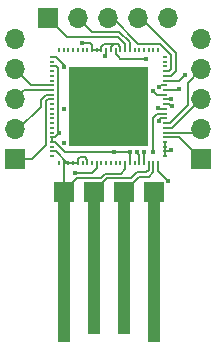
<source format=gbl>
%TF.GenerationSoftware,KiCad,Pcbnew,(5.1.9)-1*%
%TF.CreationDate,2021-08-06T11:33:52+02:00*%
%TF.ProjectId,PumpkinPi,50756d70-6b69-46e5-9069-2e6b69636164,rev?*%
%TF.SameCoordinates,Original*%
%TF.FileFunction,Copper,L4,Bot*%
%TF.FilePolarity,Positive*%
%FSLAX46Y46*%
G04 Gerber Fmt 4.6, Leading zero omitted, Abs format (unit mm)*
G04 Created by KiCad (PCBNEW (5.1.9)-1) date 2021-08-06 11:33:52*
%MOMM*%
%LPD*%
G01*
G04 APERTURE LIST*
%TA.AperFunction,ComponentPad*%
%ADD10C,0.100000*%
%TD*%
%TA.AperFunction,ComponentPad*%
%ADD11R,1.700000X1.700000*%
%TD*%
%TA.AperFunction,ComponentPad*%
%ADD12O,1.700000X1.700000*%
%TD*%
%TA.AperFunction,SMDPad,CuDef*%
%ADD13O,0.400000X0.200000*%
%TD*%
%TA.AperFunction,SMDPad,CuDef*%
%ADD14O,0.200000X0.400000*%
%TD*%
%TA.AperFunction,SMDPad,CuDef*%
%ADD15R,1.685000X1.685000*%
%TD*%
%TA.AperFunction,ViaPad*%
%ADD16C,0.400000*%
%TD*%
%TA.AperFunction,Conductor*%
%ADD17C,0.200000*%
%TD*%
G04 APERTURE END LIST*
%TA.AperFunction,ComponentPad*%
D10*
%TO.P,J2,1*%
%TO.N,GND*%
G36*
X103250000Y-100623000D02*
G01*
X103250000Y-102323000D01*
X102900000Y-102323000D01*
X102900000Y-114173000D01*
X101900000Y-114173000D01*
X101900000Y-102323000D01*
X101550000Y-102323000D01*
X101550000Y-100623000D01*
X103250000Y-100623000D01*
G37*
%TD.AperFunction*%
%TA.AperFunction,ComponentPad*%
%TO.P,J2,2*%
%TO.N,/USB_P*%
G36*
X105790000Y-100623000D02*
G01*
X105790000Y-102323000D01*
X105440000Y-102323000D01*
X105440000Y-113473000D01*
X104440000Y-113473000D01*
X104440000Y-102323000D01*
X104090000Y-102323000D01*
X104090000Y-100623000D01*
X105790000Y-100623000D01*
G37*
%TD.AperFunction*%
%TA.AperFunction,ComponentPad*%
%TO.P,J2,3*%
%TO.N,/USB_N*%
G36*
X108330000Y-100623000D02*
G01*
X108330000Y-102323000D01*
X107980000Y-102323000D01*
X107980000Y-113473000D01*
X106980000Y-113473000D01*
X106980000Y-102323000D01*
X106630000Y-102323000D01*
X106630000Y-100623000D01*
X108330000Y-100623000D01*
G37*
%TD.AperFunction*%
%TA.AperFunction,ComponentPad*%
%TO.P,J2,4*%
%TO.N,/USB_VBUS*%
G36*
X110870000Y-100623000D02*
G01*
X110870000Y-102323000D01*
X110520000Y-102323000D01*
X110520000Y-114173000D01*
X109520000Y-114173000D01*
X109520000Y-102323000D01*
X109170000Y-102323000D01*
X109170000Y-100623000D01*
X110870000Y-100623000D01*
G37*
%TD.AperFunction*%
%TD*%
D11*
%TO.P,J4,1*%
%TO.N,/SPI_MOSI*%
X114046000Y-98679000D03*
D12*
%TO.P,J4,2*%
%TO.N,/SPI_MISO*%
X114046000Y-96139000D03*
%TO.P,J4,3*%
%TO.N,/SPI_CS*%
X114046000Y-93599000D03*
%TO.P,J4,4*%
%TO.N,/SPI_CLK*%
X114046000Y-91059000D03*
%TO.P,J4,5*%
%TO.N,GND*%
X114046000Y-88519000D03*
%TD*%
%TO.P,J5,5*%
%TO.N,GND*%
X111252000Y-86741000D03*
%TO.P,J5,4*%
%TO.N,/RX*%
X108712000Y-86741000D03*
%TO.P,J5,3*%
%TO.N,/TX*%
X106172000Y-86741000D03*
%TO.P,J5,2*%
%TO.N,/SCL*%
X103632000Y-86741000D03*
D11*
%TO.P,J5,1*%
%TO.N,/SDA*%
X101092000Y-86741000D03*
%TD*%
%TO.P,J6,1*%
%TO.N,/PD7*%
X98298000Y-98679000D03*
D12*
%TO.P,J6,2*%
%TO.N,/PD8*%
X98298000Y-96139000D03*
%TO.P,J6,3*%
%TO.N,/PD9*%
X98298000Y-93599000D03*
%TO.P,J6,4*%
%TO.N,/PD10*%
X98298000Y-91059000D03*
%TO.P,J6,5*%
%TO.N,GND*%
X98298000Y-88519000D03*
%TD*%
D13*
%TO.P,U1,1*%
%TO.N,N/C*%
X101400000Y-98434000D03*
%TO.P,U1,2*%
%TO.N,GND*%
X101400000Y-98034000D03*
%TO.P,U1,3*%
%TO.N,N/C*%
X101400000Y-97634000D03*
%TO.P,U1,4*%
%TO.N,+3V3*%
X101400000Y-97234000D03*
%TO.P,U1,5*%
X101400000Y-96834000D03*
%TO.P,U1,6*%
%TO.N,N/C*%
X101400000Y-96434000D03*
%TO.P,U1,7*%
X101400000Y-96034000D03*
%TO.P,U1,8*%
X101400000Y-95634000D03*
%TO.P,U1,9*%
X101400000Y-95234000D03*
%TO.P,U1,10*%
X101400000Y-94834000D03*
%TO.P,U1,11*%
X101400000Y-94434000D03*
%TO.P,U1,12*%
X101400000Y-94034000D03*
%TO.P,U1,13*%
%TO.N,/PD7*%
X101400000Y-93634000D03*
%TO.P,U1,14*%
%TO.N,/PD8*%
X101400000Y-93234000D03*
%TO.P,U1,15*%
%TO.N,/PD9*%
X101400000Y-92834000D03*
%TO.P,U1,16*%
%TO.N,/PD10*%
X101400000Y-92434000D03*
%TO.P,U1,17*%
%TO.N,N/C*%
X101400000Y-92034000D03*
%TO.P,U1,18*%
X101400000Y-91634000D03*
%TO.P,U1,19*%
X101400000Y-91234000D03*
%TO.P,U1,20*%
%TO.N,+3V3*%
X101400000Y-90834000D03*
%TO.P,U1,21*%
%TO.N,N/C*%
X101400000Y-90434000D03*
%TO.P,U1,22*%
%TO.N,+1V1*%
X101400000Y-90034000D03*
D14*
%TO.P,U1,23*%
%TO.N,N/C*%
X102000000Y-89434000D03*
%TO.P,U1,24*%
X102400000Y-89434000D03*
%TO.P,U1,25*%
X102800000Y-89434000D03*
%TO.P,U1,26*%
X103200000Y-89434000D03*
%TO.P,U1,27*%
X103600000Y-89434000D03*
%TO.P,U1,28*%
X104000000Y-89434000D03*
%TO.P,U1,29*%
X104400000Y-89434000D03*
%TO.P,U1,30*%
%TO.N,+2V5*%
X104800000Y-89434000D03*
%TO.P,U1,31*%
X105200000Y-89434000D03*
%TO.P,U1,32*%
X105600000Y-89434000D03*
%TO.P,U1,33*%
%TO.N,/SVREF*%
X106000000Y-89434000D03*
%TO.P,U1,34*%
%TO.N,+2V5*%
X106400000Y-89434000D03*
%TO.P,U1,35*%
%TO.N,+1V1*%
X106800000Y-89434000D03*
%TO.P,U1,36*%
%TO.N,+2V5*%
X107200000Y-89434000D03*
%TO.P,U1,37*%
%TO.N,/SDA*%
X107600000Y-89434000D03*
%TO.P,U1,38*%
%TO.N,/SCL*%
X108000000Y-89434000D03*
%TO.P,U1,39*%
%TO.N,N/C*%
X108400000Y-89434000D03*
%TO.P,U1,40*%
X108800000Y-89434000D03*
%TO.P,U1,41*%
X109200000Y-89434000D03*
%TO.P,U1,42*%
X109600000Y-89434000D03*
%TO.P,U1,43*%
X110000000Y-89434000D03*
%TO.P,U1,44*%
X110400000Y-89434000D03*
D13*
%TO.P,U1,45*%
X111000000Y-90034000D03*
%TO.P,U1,46*%
X111000000Y-90434000D03*
%TO.P,U1,47*%
X111000000Y-90834000D03*
%TO.P,U1,48*%
%TO.N,/TX*%
X111000000Y-91234000D03*
%TO.P,U1,49*%
%TO.N,/RX*%
X111000000Y-91634000D03*
%TO.P,U1,50*%
%TO.N,+3V3*%
X111000000Y-92034000D03*
%TO.P,U1,51*%
%TO.N,/CLKN*%
X111000000Y-92434000D03*
%TO.P,U1,52*%
%TO.N,/CLKP*%
X111000000Y-92834000D03*
%TO.P,U1,53*%
%TO.N,/SD0_D2*%
X111000000Y-93234000D03*
%TO.P,U1,54*%
%TO.N,/SD0_D3*%
X111000000Y-93634000D03*
%TO.P,U1,55*%
%TO.N,/SD0_CMD*%
X111000000Y-94034000D03*
%TO.P,U1,56*%
%TO.N,/SD0_CLK*%
X111000000Y-94434000D03*
%TO.P,U1,57*%
%TO.N,/SD0_D0*%
X111000000Y-94834000D03*
%TO.P,U1,58*%
%TO.N,/SD0_D1*%
X111000000Y-95234000D03*
%TO.P,U1,59*%
%TO.N,/SPI_CLK*%
X111000000Y-95634000D03*
%TO.P,U1,60*%
%TO.N,/SPI_CS*%
X111000000Y-96034000D03*
%TO.P,U1,61*%
%TO.N,/SPI_MISO*%
X111000000Y-96434000D03*
%TO.P,U1,62*%
%TO.N,/SPI_MOSI*%
X111000000Y-96834000D03*
%TO.P,U1,63*%
%TO.N,GND*%
X111000000Y-97234000D03*
%TO.P,U1,64*%
X111000000Y-97634000D03*
%TO.P,U1,65*%
X111000000Y-98034000D03*
%TO.P,U1,66*%
X111000000Y-98434000D03*
D14*
%TO.P,U1,67*%
%TO.N,+3V3*%
X110400000Y-99034000D03*
%TO.P,U1,68*%
%TO.N,/USB_N*%
X110000000Y-99034000D03*
%TO.P,U1,69*%
%TO.N,/USB_P*%
X109600000Y-99034000D03*
%TO.P,U1,70*%
%TO.N,/RESET*%
X109200000Y-99034000D03*
%TO.P,U1,71*%
%TO.N,+1V1*%
X108800000Y-99034000D03*
%TO.P,U1,72*%
%TO.N,N/C*%
X108400000Y-99034000D03*
%TO.P,U1,73*%
%TO.N,+3V3*%
X108000000Y-99034000D03*
%TO.P,U1,74*%
%TO.N,GND*%
X107600000Y-99034000D03*
%TO.P,U1,75*%
%TO.N,N/C*%
X107200000Y-99034000D03*
%TO.P,U1,76*%
X106800000Y-99034000D03*
%TO.P,U1,77*%
X106400000Y-99034000D03*
%TO.P,U1,78*%
X106000000Y-99034000D03*
%TO.P,U1,79*%
X105600000Y-99034000D03*
%TO.P,U1,80*%
%TO.N,+2V5*%
X105200000Y-99034000D03*
%TO.P,U1,81*%
%TO.N,N/C*%
X104800000Y-99034000D03*
%TO.P,U1,82*%
%TO.N,GND*%
X104400000Y-99034000D03*
%TO.P,U1,83*%
%TO.N,N/C*%
X104000000Y-99034000D03*
%TO.P,U1,84*%
%TO.N,GND*%
X103600000Y-99034000D03*
%TO.P,U1,85*%
X103200000Y-99034000D03*
%TO.P,U1,86*%
X102800000Y-99034000D03*
%TO.P,U1,87*%
X102400000Y-99034000D03*
%TO.P,U1,88*%
%TO.N,N/C*%
X102000000Y-99034000D03*
D15*
%TO.P,U1,89*%
X103672500Y-96761500D03*
X103672500Y-95076500D03*
X103672500Y-93391500D03*
X103672500Y-91706500D03*
X105357500Y-96761500D03*
X105357500Y-95076500D03*
X105357500Y-93391500D03*
X105357500Y-91706500D03*
X107042500Y-96761500D03*
X107042500Y-95076500D03*
X107042500Y-93391500D03*
X107042500Y-91706500D03*
X108727500Y-96761500D03*
X108727500Y-95076500D03*
X108727500Y-93391500D03*
X108727500Y-91706500D03*
%TD*%
D16*
%TO.N,+1V1*%
X108619997Y-98044000D03*
X109347000Y-90170000D03*
X102395634Y-90912001D03*
%TO.N,GND*%
X111525000Y-97901000D03*
%TO.N,+2V5*%
X103345806Y-99820086D03*
X103967344Y-88835067D03*
%TO.N,+3V3*%
X108020036Y-98050998D03*
X106642432Y-98083340D03*
X111276968Y-100554851D03*
X102021627Y-96499689D03*
X112699657Y-91541865D03*
%TO.N,/CLKP*%
X112176560Y-92736860D03*
%TO.N,/CLKN*%
X110462669Y-92591633D03*
%TO.N,/RESET*%
X109220000Y-98044000D03*
X102421651Y-97282844D03*
%TO.N,/USB_VBUS*%
X102429998Y-94457195D03*
%TO.N,/SD0_D1*%
X110445644Y-95425286D03*
%TO.N,/SD0_D0*%
X109950000Y-98044000D03*
%TO.N,/SD0_CLK*%
X110386072Y-94334000D03*
%TO.N,/SD0_CMD*%
X111532594Y-94183276D03*
%TO.N,/SD0_D3*%
X111530346Y-93583280D03*
%TO.N,/SD0_D2*%
X109970002Y-92934096D03*
%TO.N,/SVREF*%
X105899749Y-89934189D03*
%TD*%
D17*
%TO.N,+1V1*%
X108619997Y-98183999D02*
X108619997Y-98044000D01*
X108800000Y-98364002D02*
X108619997Y-98183999D01*
X108800000Y-99034000D02*
X108800000Y-98364002D01*
X101665699Y-90034000D02*
X101400000Y-90034000D01*
X106800000Y-89782000D02*
X107061000Y-90043000D01*
X106800000Y-89434000D02*
X106800000Y-89782000D01*
X107188000Y-90170000D02*
X109347000Y-90170000D01*
X107061000Y-90043000D02*
X107188000Y-90170000D01*
X101400000Y-90034000D02*
X101718000Y-90034000D01*
X102395634Y-90711634D02*
X102395634Y-90912001D01*
X101718000Y-90034000D02*
X102395634Y-90711634D01*
%TO.N,GND*%
X102400000Y-101473000D02*
X102400000Y-99034000D01*
X103352000Y-99034000D02*
X103600000Y-99034000D01*
X101717000Y-98034000D02*
X102717000Y-99034000D01*
X101400000Y-98034000D02*
X101717000Y-98034000D01*
X102717000Y-99034000D02*
X103352000Y-99034000D01*
X102400000Y-99034000D02*
X102717000Y-99034000D01*
X103600000Y-99034000D02*
X103600000Y-98711000D01*
X103777010Y-98533990D02*
X104165689Y-98533990D01*
X103600000Y-98711000D02*
X103777010Y-98533990D01*
X104400000Y-98768301D02*
X104400000Y-99034000D01*
X104165689Y-98533990D02*
X104400000Y-98768301D01*
X111000000Y-97234000D02*
X111000000Y-98434000D01*
X107600000Y-99537000D02*
X107214020Y-99922980D01*
X107600000Y-99034000D02*
X107600000Y-99537000D01*
X103550010Y-100322990D02*
X102400000Y-101473000D01*
X105524311Y-100322990D02*
X103550010Y-100322990D01*
X105924321Y-99922980D02*
X105524311Y-100322990D01*
X107214020Y-99922980D02*
X105924321Y-99922980D01*
X111392000Y-98034000D02*
X111525000Y-97901000D01*
X111000000Y-98034000D02*
X111392000Y-98034000D01*
%TO.N,+2V5*%
X104813914Y-99820086D02*
X103345806Y-99820086D01*
X105200000Y-99434000D02*
X104813914Y-99820086D01*
X105200000Y-99034000D02*
X105200000Y-99434000D01*
X104800000Y-89434000D02*
X105573990Y-89434000D01*
X107200000Y-89434000D02*
X107200000Y-89166000D01*
X106400000Y-89168301D02*
X106400000Y-89434000D01*
X106634311Y-88933990D02*
X106400000Y-89168301D01*
X106967990Y-88933990D02*
X106634311Y-88933990D01*
X107200000Y-89166000D02*
X106967990Y-88933990D01*
X104601067Y-88835067D02*
X103967344Y-88835067D01*
X104800000Y-89034000D02*
X104601067Y-88835067D01*
X104800000Y-89434000D02*
X104800000Y-89034000D01*
X105600000Y-89168301D02*
X105600000Y-89434000D01*
X105834311Y-88933990D02*
X105600000Y-89168301D01*
X106634311Y-88933990D02*
X105834311Y-88933990D01*
%TO.N,+3V3*%
X101400000Y-97234000D02*
X101400000Y-96834000D01*
X108000000Y-98071034D02*
X108020036Y-98050998D01*
X108000000Y-99034000D02*
X108000000Y-98071034D01*
X107987694Y-98083340D02*
X108020036Y-98050998D01*
X106642432Y-98083340D02*
X107987694Y-98083340D01*
X101665699Y-97234000D02*
X101400000Y-97234000D01*
X102515039Y-98083340D02*
X101665699Y-97234000D01*
X106642432Y-98083340D02*
X102515039Y-98083340D01*
X101400000Y-90834000D02*
X101756000Y-90834000D01*
X101665699Y-96834000D02*
X101400000Y-96834000D01*
X101900010Y-96599689D02*
X101665699Y-96834000D01*
X101900010Y-90978010D02*
X101900010Y-96599689D01*
X101756000Y-90834000D02*
X101900010Y-90978010D01*
X110400000Y-99677883D02*
X111276968Y-100554851D01*
X110400000Y-99034000D02*
X110400000Y-99677883D01*
X112207522Y-92034000D02*
X112699657Y-91541865D01*
X111000000Y-92034000D02*
X112207522Y-92034000D01*
%TO.N,/CLKP*%
X112079420Y-92834000D02*
X112176560Y-92736860D01*
X111000000Y-92834000D02*
X112079420Y-92834000D01*
%TO.N,/CLKN*%
X110620302Y-92434000D02*
X110462669Y-92591633D01*
X111000000Y-92434000D02*
X110620302Y-92434000D01*
%TO.N,/RESET*%
X109200000Y-98064000D02*
X109220000Y-98044000D01*
X109200000Y-99034000D02*
X109200000Y-98064000D01*
%TO.N,/SD0_D1*%
X110636930Y-95234000D02*
X111000000Y-95234000D01*
X110445644Y-95425286D02*
X110636930Y-95234000D01*
%TO.N,/SD0_D0*%
X110296928Y-94834000D02*
X111000000Y-94834000D01*
X109945643Y-95185285D02*
X110296928Y-94834000D01*
X109945643Y-98039643D02*
X109945643Y-95185285D01*
X109950000Y-98044000D02*
X109945643Y-98039643D01*
%TO.N,/SD0_CLK*%
X110486072Y-94434000D02*
X111000000Y-94434000D01*
X110386072Y-94334000D02*
X110486072Y-94434000D01*
%TO.N,/SD0_CMD*%
X111000000Y-94034000D02*
X111313892Y-94034000D01*
X111463168Y-94183276D02*
X111313892Y-94034000D01*
X111532594Y-94183276D02*
X111463168Y-94183276D01*
%TO.N,/SD0_D3*%
X111479626Y-93634000D02*
X111000000Y-93634000D01*
X111530346Y-93583280D02*
X111479626Y-93634000D01*
%TO.N,/SD0_D2*%
X110269906Y-93234000D02*
X111000000Y-93234000D01*
X109970002Y-92934096D02*
X110269906Y-93234000D01*
%TO.N,/SPI_MOSI*%
X112201000Y-96834000D02*
X114046000Y-98679000D01*
X111000000Y-96834000D02*
X112201000Y-96834000D01*
%TO.N,/SPI_MISO*%
X113751000Y-96434000D02*
X114046000Y-96139000D01*
X111000000Y-96434000D02*
X113751000Y-96434000D01*
%TO.N,/SPI_CS*%
X111611000Y-96034000D02*
X114046000Y-93599000D01*
X111000000Y-96034000D02*
X111611000Y-96034000D01*
%TO.N,/SPI_CLK*%
X111000000Y-95634000D02*
X111376000Y-95634000D01*
X112895999Y-92209001D02*
X114046000Y-91059000D01*
X112895999Y-94114001D02*
X112895999Y-92209001D01*
X111376000Y-95634000D02*
X112895999Y-94114001D01*
%TO.N,/RX*%
X111496698Y-91634000D02*
X111900020Y-91230679D01*
X111000000Y-91634000D02*
X111496698Y-91634000D01*
X108938398Y-86741000D02*
X108712000Y-86741000D01*
X111900020Y-89702622D02*
X108938398Y-86741000D01*
X111900020Y-91230679D02*
X111900020Y-89702622D01*
%TO.N,/TX*%
X111000000Y-91234000D02*
X111331000Y-91234000D01*
X111500010Y-89868311D02*
X110565689Y-88933990D01*
X111500010Y-91064990D02*
X111500010Y-89868311D01*
X111331000Y-91234000D02*
X111500010Y-91064990D01*
X106541396Y-86741000D02*
X106172000Y-86741000D01*
X108734386Y-88933990D02*
X106541396Y-86741000D01*
X110565689Y-88933990D02*
X108734386Y-88933990D01*
%TO.N,/SDA*%
X107600000Y-89434000D02*
X107600000Y-88931000D01*
X102686066Y-88335066D02*
X101092000Y-86741000D01*
X107004066Y-88335066D02*
X102686066Y-88335066D01*
X107600000Y-88931000D02*
X107004066Y-88335066D01*
%TO.N,/SCL*%
X104782001Y-87891001D02*
X103632000Y-86741000D01*
X107125699Y-87891001D02*
X104782001Y-87891001D01*
X108000000Y-88765302D02*
X107125699Y-87891001D01*
X108000000Y-89434000D02*
X108000000Y-88765302D01*
%TO.N,/PD7*%
X101400000Y-93634000D02*
X101057000Y-93634000D01*
X100899990Y-93791010D02*
X100899990Y-97474010D01*
X101057000Y-93634000D02*
X100899990Y-93791010D01*
X99695000Y-98679000D02*
X98298000Y-98679000D01*
X100899990Y-97474010D02*
X99695000Y-98679000D01*
%TO.N,/PD8*%
X101400000Y-93234000D02*
X100891302Y-93234000D01*
X100891302Y-93234000D02*
X100457000Y-93668302D01*
X98552000Y-96139000D02*
X98298000Y-96139000D01*
X100457000Y-94234000D02*
X98552000Y-96139000D01*
X100457000Y-93668302D02*
X100457000Y-94234000D01*
%TO.N,/PD9*%
X99063000Y-92834000D02*
X98298000Y-93599000D01*
X101400000Y-92834000D02*
X99063000Y-92834000D01*
%TO.N,/PD10*%
X99673000Y-92434000D02*
X98298000Y-91059000D01*
X101400000Y-92434000D02*
X99673000Y-92434000D01*
%TO.N,/SVREF*%
X106000000Y-89833938D02*
X105899749Y-89934189D01*
X106000000Y-89434000D02*
X106000000Y-89833938D01*
%TO.N,/USB_P*%
X106090010Y-100322990D02*
X104940000Y-101473000D01*
X108064312Y-100322990D02*
X106090010Y-100322990D01*
X108584311Y-99802990D02*
X108064312Y-100322990D01*
X109366010Y-99802990D02*
X108584311Y-99802990D01*
X109600000Y-99569000D02*
X109366010Y-99802990D01*
X109600000Y-99034000D02*
X109600000Y-99569000D01*
%TO.N,/USB_N*%
X110000000Y-99804000D02*
X109601000Y-100203000D01*
X108750000Y-100203000D02*
X107480000Y-101473000D01*
X109601000Y-100203000D02*
X108750000Y-100203000D01*
X110000000Y-99034000D02*
X110000000Y-99804000D01*
%TD*%
M02*

</source>
